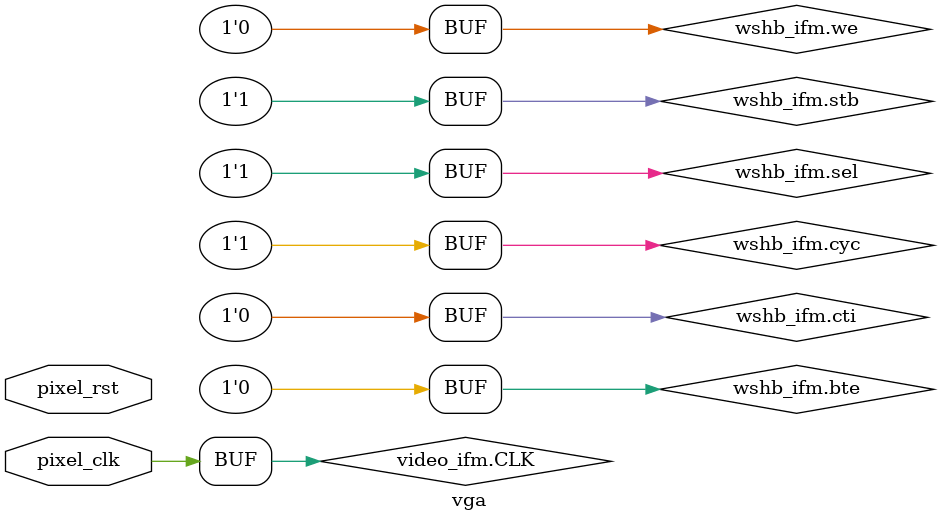
<source format=sv>
module vga(
    input wire pixel_clk,
    input wire pixel_rst,
    video_if.master video_ifm,
    wshb_if.master wshb_ifm // added wishbone
);

parameter HDISP = 800;
parameter VDISP = 480;
localparam HFP = 40;
localparam HPULSE = 48;
localparam HBP = 40;
localparam VFP = 13;
localparam VPULSE = 3;
localparam VBP = 29;
assign video_ifm.CLK = pixel_clk;

logic [$clog2(HDISP+HFP+HPULSE+HBP):0] count_pix; //Pixels equivalent to horizontals constants
logic [$clog2(VDISP+VFP+VPULSE+VBP):0] count_line; //Line equivalent to vertical constants

//Assigning constant values to wshb_ifm
//assign wshb_ifm.dat_ms = 32'hBABECAFE;//Data of 32 bits emitted
//assign wshb_ifm.adr= '0;// address for writing
assign wshb_ifm.cyc = 1'b1;//the bus is selected


assign wshb_ifm.sel = 4'b1111; //the 4 octets sont for writing
assign wshb_ifm.stb = 1'b1; //it's asked for a transaction
assign wshb_ifm.we = '0; //(write enable) transaction in NOT writing
assign wshb_ifm.cti = '0; //classic transference
assign wshb_ifm.bte = '0; //without utility


//SDRAM reading

always_ff @(posedge wshb_ifm.clk or posedge wshb_ifm.rst)
begin
	if(wshb_ifm.rst)
    begin
		wshb_ifm.adr <= 0;
    end
	else
	begin
		if(wshb_ifm.ack == 1)
		begin
			if(wshb_ifm.adr == 4*( VDISP*HDISP -1))
			begin
				wshb_ifm.adr <= 0;
			end
			else
			begin
				wshb_ifm.adr <= wshb_ifm.adr + 4;
			end
		end
	end
end


//==========================================================



//For the counters (pixels and lines) From top-down
always_ff @(posedge pixel_clk or posedge pixel_rst)
begin
    if (pixel_rst)
    begin
        count_pix <= 0;
        count_line <= 0;
    end
    else
    begin
        if (count_pix == HDISP+HFP+HPULSE+HBP -1) // if the pixels of line are complete
        begin
            count_pix <= 0; //reset counter for pixels when is completed (to start from zero on the new line)
            if (count_line == VDISP+VFP+VPULSE+VBP -1)
            begin
                count_line <= 0; //reset line counter if it's completed
            end
            else
            begin
                count_line <= count_line + 1; //to continue counting if it's not done all lines
            end
        end
        else
        begin
            count_pix <= count_pix + 1; //to continue counting if it's not done
        end
    end
end

//Synchronisation
always_ff @(posedge pixel_clk or posedge pixel_rst)
begin
    if (pixel_rst)
    begin
		video_ifm.BLANK <= 0;
  		video_ifm.VS <= 1;
  		video_ifm.HS <= 1;
  		video_ifm.RGB <= {24{1'b0}};
    end
    else
    begin
        if (count_pix % 16 == 0 || count_line % 16 == 0) //it has to be every 16 lines
        begin
            video_ifm.RGB <= {24{1'b1}}; //8bits for each color
        end
        if (count_pix % 16 != 0 && count_line % 16 != 0)
        begin
            video_ifm.RGB <= {24{1'b0}}; //8 bits for each color
        end

        //Condition for counter of pixels
        if (count_pix < HFP || count_pix >= HFP + HPULSE)
        begin
            video_ifm.HS <= 1;
        end
        if (count_pix >= HFP && count_pix < HFP + HPULSE)
        begin
            video_ifm.HS <= 0;
        end

        //Condition for counter of lines
        if (count_line < VFP || count_line >= VFP + VPULSE )
        begin
            video_ifm.VS <= 1;
        end
        if (count_line >= VFP && count_line < VFP+VPULSE)
        begin
            video_ifm.VS <= 0;
        end
        video_ifm.BLANK <= count_line >= VFP + VPULSE + VBP && count_pix >= HPULSE + HFP + HBP;
    end
end

endmodule
</source>
